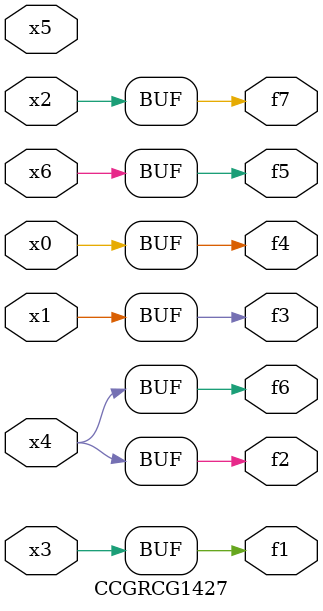
<source format=v>
module CCGRCG1427(
	input x0, x1, x2, x3, x4, x5, x6,
	output f1, f2, f3, f4, f5, f6, f7
);
	assign f1 = x3;
	assign f2 = x4;
	assign f3 = x1;
	assign f4 = x0;
	assign f5 = x6;
	assign f6 = x4;
	assign f7 = x2;
endmodule

</source>
